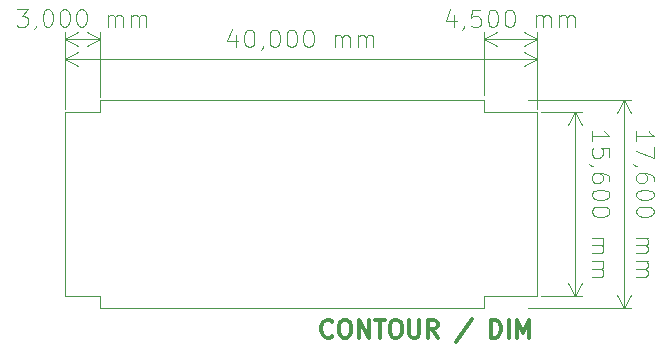
<source format=gbr>
G04 #@! TF.GenerationSoftware,KiCad,Pcbnew,(5.0.1)-4*
G04 #@! TF.CreationDate,2019-05-17T17:50:28+02:00*
G04 #@! TF.ProjectId,nk-LoRa,6E6B2D4C6F52612E6B696361645F7063,R1*
G04 #@! TF.SameCoordinates,PX5f5e100PY5f5e100*
G04 #@! TF.FileFunction,Other,ECO1*
%FSLAX46Y46*%
G04 Gerber Fmt 4.6, Leading zero omitted, Abs format (unit mm)*
G04 Created by KiCad (PCBNEW (5.0.1)-4) date 17.05.2019 17:50:28*
%MOMM*%
%LPD*%
G01*
G04 APERTURE LIST*
%ADD10C,0.100000*%
%ADD11C,0.300000*%
%ADD12C,0.010000*%
G04 APERTURE END LIST*
D10*
X44621428Y14157143D02*
X44621428Y15014286D01*
X44621428Y14585715D02*
X46121428Y14585715D01*
X45907142Y14728572D01*
X45764285Y14871429D01*
X45692857Y15014286D01*
X46121428Y12800000D02*
X46121428Y13514286D01*
X45407142Y13585715D01*
X45478571Y13514286D01*
X45550000Y13371429D01*
X45550000Y13014286D01*
X45478571Y12871429D01*
X45407142Y12800000D01*
X45264285Y12728572D01*
X44907142Y12728572D01*
X44764285Y12800000D01*
X44692857Y12871429D01*
X44621428Y13014286D01*
X44621428Y13371429D01*
X44692857Y13514286D01*
X44764285Y13585715D01*
X44692857Y12014286D02*
X44621428Y12014286D01*
X44478571Y12085715D01*
X44407142Y12157143D01*
X46121428Y10728572D02*
X46121428Y11014286D01*
X46050000Y11157143D01*
X45978571Y11228572D01*
X45764285Y11371429D01*
X45478571Y11442858D01*
X44907142Y11442858D01*
X44764285Y11371429D01*
X44692857Y11300000D01*
X44621428Y11157143D01*
X44621428Y10871429D01*
X44692857Y10728572D01*
X44764285Y10657143D01*
X44907142Y10585715D01*
X45264285Y10585715D01*
X45407142Y10657143D01*
X45478571Y10728572D01*
X45550000Y10871429D01*
X45550000Y11157143D01*
X45478571Y11300000D01*
X45407142Y11371429D01*
X45264285Y11442858D01*
X46121428Y9657143D02*
X46121428Y9514286D01*
X46050000Y9371429D01*
X45978571Y9300000D01*
X45835714Y9228572D01*
X45550000Y9157143D01*
X45192857Y9157143D01*
X44907142Y9228572D01*
X44764285Y9300000D01*
X44692857Y9371429D01*
X44621428Y9514286D01*
X44621428Y9657143D01*
X44692857Y9800000D01*
X44764285Y9871429D01*
X44907142Y9942858D01*
X45192857Y10014286D01*
X45550000Y10014286D01*
X45835714Y9942858D01*
X45978571Y9871429D01*
X46050000Y9800000D01*
X46121428Y9657143D01*
X46121428Y8228572D02*
X46121428Y8085715D01*
X46050000Y7942858D01*
X45978571Y7871429D01*
X45835714Y7800000D01*
X45550000Y7728572D01*
X45192857Y7728572D01*
X44907142Y7800000D01*
X44764285Y7871429D01*
X44692857Y7942858D01*
X44621428Y8085715D01*
X44621428Y8228572D01*
X44692857Y8371429D01*
X44764285Y8442858D01*
X44907142Y8514286D01*
X45192857Y8585715D01*
X45550000Y8585715D01*
X45835714Y8514286D01*
X45978571Y8442858D01*
X46050000Y8371429D01*
X46121428Y8228572D01*
X44621428Y5942858D02*
X45621428Y5942858D01*
X45478571Y5942858D02*
X45550000Y5871429D01*
X45621428Y5728572D01*
X45621428Y5514286D01*
X45550000Y5371429D01*
X45407142Y5300000D01*
X44621428Y5300000D01*
X45407142Y5300000D02*
X45550000Y5228572D01*
X45621428Y5085715D01*
X45621428Y4871429D01*
X45550000Y4728572D01*
X45407142Y4657143D01*
X44621428Y4657143D01*
X44621428Y3942858D02*
X45621428Y3942858D01*
X45478571Y3942858D02*
X45550000Y3871429D01*
X45621428Y3728572D01*
X45621428Y3514286D01*
X45550000Y3371429D01*
X45407142Y3300000D01*
X44621428Y3300000D01*
X45407142Y3300000D02*
X45550000Y3228572D01*
X45621428Y3085715D01*
X45621428Y2871429D01*
X45550000Y2728572D01*
X45407142Y2657143D01*
X44621428Y2657143D01*
X43200000Y16600000D02*
X43200000Y1000000D01*
X40300000Y16600000D02*
X43786421Y16600000D01*
X40300000Y1000000D02*
X43786421Y1000000D01*
X43200000Y1000000D02*
X42613579Y2126504D01*
X43200000Y1000000D02*
X43786421Y2126504D01*
X43200000Y16600000D02*
X42613579Y15473496D01*
X43200000Y16600000D02*
X43786421Y15473496D01*
X-4071429Y25321429D02*
X-3142858Y25321429D01*
X-3642858Y24750000D01*
X-3428572Y24750000D01*
X-3285715Y24678572D01*
X-3214286Y24607143D01*
X-3142858Y24464286D01*
X-3142858Y24107143D01*
X-3214286Y23964286D01*
X-3285715Y23892858D01*
X-3428572Y23821429D01*
X-3857143Y23821429D01*
X-4000000Y23892858D01*
X-4071429Y23964286D01*
X-2428572Y23892858D02*
X-2428572Y23821429D01*
X-2500000Y23678572D01*
X-2571429Y23607143D01*
X-1500000Y25321429D02*
X-1357143Y25321429D01*
X-1214286Y25250000D01*
X-1142858Y25178572D01*
X-1071429Y25035715D01*
X-1000000Y24750000D01*
X-1000000Y24392858D01*
X-1071429Y24107143D01*
X-1142858Y23964286D01*
X-1214286Y23892858D01*
X-1357143Y23821429D01*
X-1500000Y23821429D01*
X-1642858Y23892858D01*
X-1714286Y23964286D01*
X-1785715Y24107143D01*
X-1857143Y24392858D01*
X-1857143Y24750000D01*
X-1785715Y25035715D01*
X-1714286Y25178572D01*
X-1642858Y25250000D01*
X-1500000Y25321429D01*
X-71429Y25321429D02*
X71428Y25321429D01*
X214285Y25250000D01*
X285714Y25178572D01*
X357142Y25035715D01*
X428571Y24750000D01*
X428571Y24392858D01*
X357142Y24107143D01*
X285714Y23964286D01*
X214285Y23892858D01*
X71428Y23821429D01*
X-71429Y23821429D01*
X-214286Y23892858D01*
X-285715Y23964286D01*
X-357143Y24107143D01*
X-428572Y24392858D01*
X-428572Y24750000D01*
X-357143Y25035715D01*
X-285715Y25178572D01*
X-214286Y25250000D01*
X-71429Y25321429D01*
X1357142Y25321429D02*
X1500000Y25321429D01*
X1642857Y25250000D01*
X1714285Y25178572D01*
X1785714Y25035715D01*
X1857142Y24750000D01*
X1857142Y24392858D01*
X1785714Y24107143D01*
X1714285Y23964286D01*
X1642857Y23892858D01*
X1500000Y23821429D01*
X1357142Y23821429D01*
X1214285Y23892858D01*
X1142857Y23964286D01*
X1071428Y24107143D01*
X1000000Y24392858D01*
X1000000Y24750000D01*
X1071428Y25035715D01*
X1142857Y25178572D01*
X1214285Y25250000D01*
X1357142Y25321429D01*
X3642857Y23821429D02*
X3642857Y24821429D01*
X3642857Y24678572D02*
X3714285Y24750000D01*
X3857142Y24821429D01*
X4071428Y24821429D01*
X4214285Y24750000D01*
X4285714Y24607143D01*
X4285714Y23821429D01*
X4285714Y24607143D02*
X4357142Y24750000D01*
X4500000Y24821429D01*
X4714285Y24821429D01*
X4857142Y24750000D01*
X4928571Y24607143D01*
X4928571Y23821429D01*
X5642857Y23821429D02*
X5642857Y24821429D01*
X5642857Y24678572D02*
X5714285Y24750000D01*
X5857142Y24821429D01*
X6071428Y24821429D01*
X6214285Y24750000D01*
X6285714Y24607143D01*
X6285714Y23821429D01*
X6285714Y24607143D02*
X6357142Y24750000D01*
X6500000Y24821429D01*
X6714285Y24821429D01*
X6857142Y24750000D01*
X6928571Y24607143D01*
X6928571Y23821429D01*
X3000000Y22800000D02*
X0Y22800000D01*
X3000000Y17900000D02*
X3000000Y23386421D01*
X0Y17900000D02*
X0Y23386421D01*
X0Y22800000D02*
X1126504Y23386421D01*
X0Y22800000D02*
X1126504Y22213579D01*
X3000000Y22800000D02*
X1873496Y23386421D01*
X3000000Y22800000D02*
X1873496Y22213579D01*
X32964285Y24771429D02*
X32964285Y23771429D01*
X32607142Y25342858D02*
X32250000Y24271429D01*
X33178571Y24271429D01*
X33821428Y23842858D02*
X33821428Y23771429D01*
X33750000Y23628572D01*
X33678571Y23557143D01*
X35178571Y25271429D02*
X34464285Y25271429D01*
X34392857Y24557143D01*
X34464285Y24628572D01*
X34607142Y24700000D01*
X34964285Y24700000D01*
X35107142Y24628572D01*
X35178571Y24557143D01*
X35250000Y24414286D01*
X35250000Y24057143D01*
X35178571Y23914286D01*
X35107142Y23842858D01*
X34964285Y23771429D01*
X34607142Y23771429D01*
X34464285Y23842858D01*
X34392857Y23914286D01*
X36178571Y25271429D02*
X36321428Y25271429D01*
X36464285Y25200000D01*
X36535714Y25128572D01*
X36607142Y24985715D01*
X36678571Y24700000D01*
X36678571Y24342858D01*
X36607142Y24057143D01*
X36535714Y23914286D01*
X36464285Y23842858D01*
X36321428Y23771429D01*
X36178571Y23771429D01*
X36035714Y23842858D01*
X35964285Y23914286D01*
X35892857Y24057143D01*
X35821428Y24342858D01*
X35821428Y24700000D01*
X35892857Y24985715D01*
X35964285Y25128572D01*
X36035714Y25200000D01*
X36178571Y25271429D01*
X37607142Y25271429D02*
X37750000Y25271429D01*
X37892857Y25200000D01*
X37964285Y25128572D01*
X38035714Y24985715D01*
X38107142Y24700000D01*
X38107142Y24342858D01*
X38035714Y24057143D01*
X37964285Y23914286D01*
X37892857Y23842858D01*
X37750000Y23771429D01*
X37607142Y23771429D01*
X37464285Y23842858D01*
X37392857Y23914286D01*
X37321428Y24057143D01*
X37250000Y24342858D01*
X37250000Y24700000D01*
X37321428Y24985715D01*
X37392857Y25128572D01*
X37464285Y25200000D01*
X37607142Y25271429D01*
X39892857Y23771429D02*
X39892857Y24771429D01*
X39892857Y24628572D02*
X39964285Y24700000D01*
X40107142Y24771429D01*
X40321428Y24771429D01*
X40464285Y24700000D01*
X40535714Y24557143D01*
X40535714Y23771429D01*
X40535714Y24557143D02*
X40607142Y24700000D01*
X40750000Y24771429D01*
X40964285Y24771429D01*
X41107142Y24700000D01*
X41178571Y24557143D01*
X41178571Y23771429D01*
X41892857Y23771429D02*
X41892857Y24771429D01*
X41892857Y24628572D02*
X41964285Y24700000D01*
X42107142Y24771429D01*
X42321428Y24771429D01*
X42464285Y24700000D01*
X42535714Y24557143D01*
X42535714Y23771429D01*
X42535714Y24557143D02*
X42607142Y24700000D01*
X42750000Y24771429D01*
X42964285Y24771429D01*
X43107142Y24700000D01*
X43178571Y24557143D01*
X43178571Y23771429D01*
X35500000Y22750000D02*
X40000000Y22750000D01*
X35500000Y18050000D02*
X35500000Y23336421D01*
X40000000Y18050000D02*
X40000000Y23336421D01*
X40000000Y22750000D02*
X38873496Y22163579D01*
X40000000Y22750000D02*
X38873496Y23336421D01*
X35500000Y22750000D02*
X36626504Y22163579D01*
X35500000Y22750000D02*
X36626504Y23336421D01*
D11*
X22667142Y-2365714D02*
X22595714Y-2437142D01*
X22381428Y-2508571D01*
X22238571Y-2508571D01*
X22024285Y-2437142D01*
X21881428Y-2294285D01*
X21810000Y-2151428D01*
X21738571Y-1865714D01*
X21738571Y-1651428D01*
X21810000Y-1365714D01*
X21881428Y-1222857D01*
X22024285Y-1080000D01*
X22238571Y-1008571D01*
X22381428Y-1008571D01*
X22595714Y-1080000D01*
X22667142Y-1151428D01*
X23595714Y-1008571D02*
X23881428Y-1008571D01*
X24024285Y-1080000D01*
X24167142Y-1222857D01*
X24238571Y-1508571D01*
X24238571Y-2008571D01*
X24167142Y-2294285D01*
X24024285Y-2437142D01*
X23881428Y-2508571D01*
X23595714Y-2508571D01*
X23452857Y-2437142D01*
X23310000Y-2294285D01*
X23238571Y-2008571D01*
X23238571Y-1508571D01*
X23310000Y-1222857D01*
X23452857Y-1080000D01*
X23595714Y-1008571D01*
X24881428Y-2508571D02*
X24881428Y-1008571D01*
X25738571Y-2508571D01*
X25738571Y-1008571D01*
X26238571Y-1008571D02*
X27095714Y-1008571D01*
X26667142Y-2508571D02*
X26667142Y-1008571D01*
X27881428Y-1008571D02*
X28167142Y-1008571D01*
X28310000Y-1080000D01*
X28452857Y-1222857D01*
X28524285Y-1508571D01*
X28524285Y-2008571D01*
X28452857Y-2294285D01*
X28310000Y-2437142D01*
X28167142Y-2508571D01*
X27881428Y-2508571D01*
X27738571Y-2437142D01*
X27595714Y-2294285D01*
X27524285Y-2008571D01*
X27524285Y-1508571D01*
X27595714Y-1222857D01*
X27738571Y-1080000D01*
X27881428Y-1008571D01*
X29167142Y-1008571D02*
X29167142Y-2222857D01*
X29238571Y-2365714D01*
X29310000Y-2437142D01*
X29452857Y-2508571D01*
X29738571Y-2508571D01*
X29881428Y-2437142D01*
X29952857Y-2365714D01*
X30024285Y-2222857D01*
X30024285Y-1008571D01*
X31595714Y-2508571D02*
X31095714Y-1794285D01*
X30738571Y-2508571D02*
X30738571Y-1008571D01*
X31310000Y-1008571D01*
X31452857Y-1080000D01*
X31524285Y-1151428D01*
X31595714Y-1294285D01*
X31595714Y-1508571D01*
X31524285Y-1651428D01*
X31452857Y-1722857D01*
X31310000Y-1794285D01*
X30738571Y-1794285D01*
X34452857Y-937142D02*
X33167142Y-2865714D01*
X36095714Y-2508571D02*
X36095714Y-1008571D01*
X36452857Y-1008571D01*
X36667142Y-1080000D01*
X36810000Y-1222857D01*
X36881428Y-1365714D01*
X36952857Y-1651428D01*
X36952857Y-1865714D01*
X36881428Y-2151428D01*
X36810000Y-2294285D01*
X36667142Y-2437142D01*
X36452857Y-2508571D01*
X36095714Y-2508571D01*
X37595714Y-2508571D02*
X37595714Y-1008571D01*
X38310000Y-2508571D02*
X38310000Y-1008571D01*
X38810000Y-2080000D01*
X39310000Y-1008571D01*
X39310000Y-2508571D01*
D12*
X3000000Y17600000D02*
X35500000Y17600000D01*
X3000000Y16600000D02*
X3000000Y17600000D01*
X0Y16600000D02*
X3000000Y16600000D01*
X0Y1000000D02*
X0Y16600000D01*
X3000000Y1000000D02*
X0Y1000000D01*
X3000000Y0D02*
X3000000Y1000000D01*
X35500000Y0D02*
X3000000Y0D01*
X35500000Y1000000D02*
X35500000Y0D01*
X40000000Y1000000D02*
X35500000Y1000000D01*
X40000000Y16600000D02*
X40000000Y1000000D01*
X35500000Y16600000D02*
X40000000Y16600000D01*
X35500000Y17600000D02*
X35500000Y16600000D01*
D10*
X48371428Y14157143D02*
X48371428Y15014286D01*
X48371428Y14585715D02*
X49871428Y14585715D01*
X49657142Y14728572D01*
X49514285Y14871429D01*
X49442857Y15014286D01*
X49871428Y13657143D02*
X49871428Y12657143D01*
X48371428Y13300000D01*
X48442857Y12014286D02*
X48371428Y12014286D01*
X48228571Y12085715D01*
X48157142Y12157143D01*
X49871428Y10728572D02*
X49871428Y11014286D01*
X49800000Y11157143D01*
X49728571Y11228572D01*
X49514285Y11371429D01*
X49228571Y11442858D01*
X48657142Y11442858D01*
X48514285Y11371429D01*
X48442857Y11300000D01*
X48371428Y11157143D01*
X48371428Y10871429D01*
X48442857Y10728572D01*
X48514285Y10657143D01*
X48657142Y10585715D01*
X49014285Y10585715D01*
X49157142Y10657143D01*
X49228571Y10728572D01*
X49300000Y10871429D01*
X49300000Y11157143D01*
X49228571Y11300000D01*
X49157142Y11371429D01*
X49014285Y11442858D01*
X49871428Y9657143D02*
X49871428Y9514286D01*
X49800000Y9371429D01*
X49728571Y9300000D01*
X49585714Y9228572D01*
X49300000Y9157143D01*
X48942857Y9157143D01*
X48657142Y9228572D01*
X48514285Y9300000D01*
X48442857Y9371429D01*
X48371428Y9514286D01*
X48371428Y9657143D01*
X48442857Y9800000D01*
X48514285Y9871429D01*
X48657142Y9942858D01*
X48942857Y10014286D01*
X49300000Y10014286D01*
X49585714Y9942858D01*
X49728571Y9871429D01*
X49800000Y9800000D01*
X49871428Y9657143D01*
X49871428Y8228572D02*
X49871428Y8085715D01*
X49800000Y7942858D01*
X49728571Y7871429D01*
X49585714Y7800000D01*
X49300000Y7728572D01*
X48942857Y7728572D01*
X48657142Y7800000D01*
X48514285Y7871429D01*
X48442857Y7942858D01*
X48371428Y8085715D01*
X48371428Y8228572D01*
X48442857Y8371429D01*
X48514285Y8442858D01*
X48657142Y8514286D01*
X48942857Y8585715D01*
X49300000Y8585715D01*
X49585714Y8514286D01*
X49728571Y8442858D01*
X49800000Y8371429D01*
X49871428Y8228572D01*
X48371428Y5942858D02*
X49371428Y5942858D01*
X49228571Y5942858D02*
X49300000Y5871429D01*
X49371428Y5728572D01*
X49371428Y5514286D01*
X49300000Y5371429D01*
X49157142Y5300000D01*
X48371428Y5300000D01*
X49157142Y5300000D02*
X49300000Y5228572D01*
X49371428Y5085715D01*
X49371428Y4871429D01*
X49300000Y4728572D01*
X49157142Y4657143D01*
X48371428Y4657143D01*
X48371428Y3942858D02*
X49371428Y3942858D01*
X49228571Y3942858D02*
X49300000Y3871429D01*
X49371428Y3728572D01*
X49371428Y3514286D01*
X49300000Y3371429D01*
X49157142Y3300000D01*
X48371428Y3300000D01*
X49157142Y3300000D02*
X49300000Y3228572D01*
X49371428Y3085715D01*
X49371428Y2871429D01*
X49300000Y2728572D01*
X49157142Y2657143D01*
X48371428Y2657143D01*
X47350000Y17600000D02*
X47350000Y0D01*
X39200000Y17600000D02*
X47936421Y17600000D01*
X39200000Y0D02*
X47936421Y0D01*
X47350000Y0D02*
X46763579Y1126504D01*
X47350000Y0D02*
X47936421Y1126504D01*
X47350000Y17600000D02*
X46763579Y16473496D01*
X47350000Y17600000D02*
X47936421Y16473496D01*
X14500000Y23071429D02*
X14500000Y22071429D01*
X14142857Y23642858D02*
X13785714Y22571429D01*
X14714285Y22571429D01*
X15571428Y23571429D02*
X15714285Y23571429D01*
X15857142Y23500000D01*
X15928571Y23428572D01*
X16000000Y23285715D01*
X16071428Y23000000D01*
X16071428Y22642858D01*
X16000000Y22357143D01*
X15928571Y22214286D01*
X15857142Y22142858D01*
X15714285Y22071429D01*
X15571428Y22071429D01*
X15428571Y22142858D01*
X15357142Y22214286D01*
X15285714Y22357143D01*
X15214285Y22642858D01*
X15214285Y23000000D01*
X15285714Y23285715D01*
X15357142Y23428572D01*
X15428571Y23500000D01*
X15571428Y23571429D01*
X16785714Y22142858D02*
X16785714Y22071429D01*
X16714285Y21928572D01*
X16642857Y21857143D01*
X17714285Y23571429D02*
X17857142Y23571429D01*
X18000000Y23500000D01*
X18071428Y23428572D01*
X18142857Y23285715D01*
X18214285Y23000000D01*
X18214285Y22642858D01*
X18142857Y22357143D01*
X18071428Y22214286D01*
X18000000Y22142858D01*
X17857142Y22071429D01*
X17714285Y22071429D01*
X17571428Y22142858D01*
X17500000Y22214286D01*
X17428571Y22357143D01*
X17357142Y22642858D01*
X17357142Y23000000D01*
X17428571Y23285715D01*
X17500000Y23428572D01*
X17571428Y23500000D01*
X17714285Y23571429D01*
X19142857Y23571429D02*
X19285714Y23571429D01*
X19428571Y23500000D01*
X19500000Y23428572D01*
X19571428Y23285715D01*
X19642857Y23000000D01*
X19642857Y22642858D01*
X19571428Y22357143D01*
X19500000Y22214286D01*
X19428571Y22142858D01*
X19285714Y22071429D01*
X19142857Y22071429D01*
X19000000Y22142858D01*
X18928571Y22214286D01*
X18857142Y22357143D01*
X18785714Y22642858D01*
X18785714Y23000000D01*
X18857142Y23285715D01*
X18928571Y23428572D01*
X19000000Y23500000D01*
X19142857Y23571429D01*
X20571428Y23571429D02*
X20714285Y23571429D01*
X20857142Y23500000D01*
X20928571Y23428572D01*
X21000000Y23285715D01*
X21071428Y23000000D01*
X21071428Y22642858D01*
X21000000Y22357143D01*
X20928571Y22214286D01*
X20857142Y22142858D01*
X20714285Y22071429D01*
X20571428Y22071429D01*
X20428571Y22142858D01*
X20357142Y22214286D01*
X20285714Y22357143D01*
X20214285Y22642858D01*
X20214285Y23000000D01*
X20285714Y23285715D01*
X20357142Y23428572D01*
X20428571Y23500000D01*
X20571428Y23571429D01*
X22857142Y22071429D02*
X22857142Y23071429D01*
X22857142Y22928572D02*
X22928571Y23000000D01*
X23071428Y23071429D01*
X23285714Y23071429D01*
X23428571Y23000000D01*
X23500000Y22857143D01*
X23500000Y22071429D01*
X23500000Y22857143D02*
X23571428Y23000000D01*
X23714285Y23071429D01*
X23928571Y23071429D01*
X24071428Y23000000D01*
X24142857Y22857143D01*
X24142857Y22071429D01*
X24857142Y22071429D02*
X24857142Y23071429D01*
X24857142Y22928572D02*
X24928571Y23000000D01*
X25071428Y23071429D01*
X25285714Y23071429D01*
X25428571Y23000000D01*
X25500000Y22857143D01*
X25500000Y22071429D01*
X25500000Y22857143D02*
X25571428Y23000000D01*
X25714285Y23071429D01*
X25928571Y23071429D01*
X26071428Y23000000D01*
X26142857Y22857143D01*
X26142857Y22071429D01*
X0Y21050000D02*
X40000000Y21050000D01*
X0Y16850000D02*
X0Y21636421D01*
X40000000Y16850000D02*
X40000000Y21636421D01*
X40000000Y21050000D02*
X38873496Y20463579D01*
X40000000Y21050000D02*
X38873496Y21636421D01*
X0Y21050000D02*
X1126504Y20463579D01*
X0Y21050000D02*
X1126504Y21636421D01*
M02*

</source>
